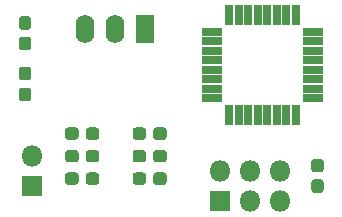
<source format=gbr>
%TF.GenerationSoftware,KiCad,Pcbnew,5.1.6-c6e7f7d~87~ubuntu18.04.1*%
%TF.CreationDate,2020-10-05T23:43:03-04:00*%
%TF.ProjectId,DemoKiCad,44656d6f-4b69-4436-9164-2e6b69636164,rev?*%
%TF.SameCoordinates,Original*%
%TF.FileFunction,Soldermask,Top*%
%TF.FilePolarity,Negative*%
%FSLAX46Y46*%
G04 Gerber Fmt 4.6, Leading zero omitted, Abs format (unit mm)*
G04 Created by KiCad (PCBNEW 5.1.6-c6e7f7d~87~ubuntu18.04.1) date 2020-10-05 23:43:03*
%MOMM*%
%LPD*%
G01*
G04 APERTURE LIST*
%ADD10O,1.800000X1.800000*%
%ADD11R,1.800000X1.800000*%
%ADD12R,1.700000X0.650000*%
%ADD13R,0.650000X1.700000*%
%ADD14O,1.600000X2.400000*%
%ADD15R,1.600000X2.400000*%
G04 APERTURE END LIST*
D10*
%TO.C,J2*%
X103505000Y-69850000D03*
D11*
X103505000Y-72390000D03*
%TD*%
D12*
%TO.C,U2*%
X127230000Y-59335000D03*
X127230000Y-60135000D03*
X127230000Y-60935000D03*
X127230000Y-61735000D03*
X127230000Y-62535000D03*
X127230000Y-63335000D03*
X127230000Y-64135000D03*
X127230000Y-64935000D03*
D13*
X125780000Y-66385000D03*
X124980000Y-66385000D03*
X124180000Y-66385000D03*
X123380000Y-66385000D03*
X122580000Y-66385000D03*
X121780000Y-66385000D03*
X120980000Y-66385000D03*
X120180000Y-66385000D03*
D12*
X118730000Y-64935000D03*
X118730000Y-64135000D03*
X118730000Y-63335000D03*
X118730000Y-62535000D03*
X118730000Y-61735000D03*
X118730000Y-60935000D03*
X118730000Y-60135000D03*
X118730000Y-59335000D03*
D13*
X120180000Y-57885000D03*
X120980000Y-57885000D03*
X121780000Y-57885000D03*
X122580000Y-57885000D03*
X123380000Y-57885000D03*
X124180000Y-57885000D03*
X124980000Y-57885000D03*
X125780000Y-57885000D03*
%TD*%
D14*
%TO.C,U1*%
X107950000Y-59055000D03*
X110490000Y-59055000D03*
D15*
X113030000Y-59055000D03*
%TD*%
%TO.C,R4*%
G36*
G01*
X113725000Y-72017500D02*
X113725000Y-71492500D01*
G75*
G02*
X113987500Y-71230000I262500J0D01*
G01*
X114612500Y-71230000D01*
G75*
G02*
X114875000Y-71492500I0J-262500D01*
G01*
X114875000Y-72017500D01*
G75*
G02*
X114612500Y-72280000I-262500J0D01*
G01*
X113987500Y-72280000D01*
G75*
G02*
X113725000Y-72017500I0J262500D01*
G01*
G37*
G36*
G01*
X111975000Y-72017500D02*
X111975000Y-71492500D01*
G75*
G02*
X112237500Y-71230000I262500J0D01*
G01*
X112862500Y-71230000D01*
G75*
G02*
X113125000Y-71492500I0J-262500D01*
G01*
X113125000Y-72017500D01*
G75*
G02*
X112862500Y-72280000I-262500J0D01*
G01*
X112237500Y-72280000D01*
G75*
G02*
X111975000Y-72017500I0J262500D01*
G01*
G37*
%TD*%
%TO.C,R3*%
G36*
G01*
X113725000Y-70112500D02*
X113725000Y-69587500D01*
G75*
G02*
X113987500Y-69325000I262500J0D01*
G01*
X114612500Y-69325000D01*
G75*
G02*
X114875000Y-69587500I0J-262500D01*
G01*
X114875000Y-70112500D01*
G75*
G02*
X114612500Y-70375000I-262500J0D01*
G01*
X113987500Y-70375000D01*
G75*
G02*
X113725000Y-70112500I0J262500D01*
G01*
G37*
G36*
G01*
X111975000Y-70112500D02*
X111975000Y-69587500D01*
G75*
G02*
X112237500Y-69325000I262500J0D01*
G01*
X112862500Y-69325000D01*
G75*
G02*
X113125000Y-69587500I0J-262500D01*
G01*
X113125000Y-70112500D01*
G75*
G02*
X112862500Y-70375000I-262500J0D01*
G01*
X112237500Y-70375000D01*
G75*
G02*
X111975000Y-70112500I0J262500D01*
G01*
G37*
%TD*%
%TO.C,R2*%
G36*
G01*
X113725000Y-68207500D02*
X113725000Y-67682500D01*
G75*
G02*
X113987500Y-67420000I262500J0D01*
G01*
X114612500Y-67420000D01*
G75*
G02*
X114875000Y-67682500I0J-262500D01*
G01*
X114875000Y-68207500D01*
G75*
G02*
X114612500Y-68470000I-262500J0D01*
G01*
X113987500Y-68470000D01*
G75*
G02*
X113725000Y-68207500I0J262500D01*
G01*
G37*
G36*
G01*
X111975000Y-68207500D02*
X111975000Y-67682500D01*
G75*
G02*
X112237500Y-67420000I262500J0D01*
G01*
X112862500Y-67420000D01*
G75*
G02*
X113125000Y-67682500I0J-262500D01*
G01*
X113125000Y-68207500D01*
G75*
G02*
X112862500Y-68470000I-262500J0D01*
G01*
X112237500Y-68470000D01*
G75*
G02*
X111975000Y-68207500I0J262500D01*
G01*
G37*
%TD*%
%TO.C,R1*%
G36*
G01*
X102607500Y-64040000D02*
X103132500Y-64040000D01*
G75*
G02*
X103395000Y-64302500I0J-262500D01*
G01*
X103395000Y-64927500D01*
G75*
G02*
X103132500Y-65190000I-262500J0D01*
G01*
X102607500Y-65190000D01*
G75*
G02*
X102345000Y-64927500I0J262500D01*
G01*
X102345000Y-64302500D01*
G75*
G02*
X102607500Y-64040000I262500J0D01*
G01*
G37*
G36*
G01*
X102607500Y-62290000D02*
X103132500Y-62290000D01*
G75*
G02*
X103395000Y-62552500I0J-262500D01*
G01*
X103395000Y-63177500D01*
G75*
G02*
X103132500Y-63440000I-262500J0D01*
G01*
X102607500Y-63440000D01*
G75*
G02*
X102345000Y-63177500I0J262500D01*
G01*
X102345000Y-62552500D01*
G75*
G02*
X102607500Y-62290000I262500J0D01*
G01*
G37*
%TD*%
D10*
%TO.C,J1*%
X124460000Y-71120000D03*
X124460000Y-73660000D03*
X121920000Y-71120000D03*
X121920000Y-73660000D03*
X119380000Y-71120000D03*
D11*
X119380000Y-73660000D03*
%TD*%
%TO.C,D4*%
G36*
G01*
X108010000Y-72017500D02*
X108010000Y-71492500D01*
G75*
G02*
X108272500Y-71230000I262500J0D01*
G01*
X108897500Y-71230000D01*
G75*
G02*
X109160000Y-71492500I0J-262500D01*
G01*
X109160000Y-72017500D01*
G75*
G02*
X108897500Y-72280000I-262500J0D01*
G01*
X108272500Y-72280000D01*
G75*
G02*
X108010000Y-72017500I0J262500D01*
G01*
G37*
G36*
G01*
X106260000Y-72017500D02*
X106260000Y-71492500D01*
G75*
G02*
X106522500Y-71230000I262500J0D01*
G01*
X107147500Y-71230000D01*
G75*
G02*
X107410000Y-71492500I0J-262500D01*
G01*
X107410000Y-72017500D01*
G75*
G02*
X107147500Y-72280000I-262500J0D01*
G01*
X106522500Y-72280000D01*
G75*
G02*
X106260000Y-72017500I0J262500D01*
G01*
G37*
%TD*%
%TO.C,D3*%
G36*
G01*
X108010000Y-70112500D02*
X108010000Y-69587500D01*
G75*
G02*
X108272500Y-69325000I262500J0D01*
G01*
X108897500Y-69325000D01*
G75*
G02*
X109160000Y-69587500I0J-262500D01*
G01*
X109160000Y-70112500D01*
G75*
G02*
X108897500Y-70375000I-262500J0D01*
G01*
X108272500Y-70375000D01*
G75*
G02*
X108010000Y-70112500I0J262500D01*
G01*
G37*
G36*
G01*
X106260000Y-70112500D02*
X106260000Y-69587500D01*
G75*
G02*
X106522500Y-69325000I262500J0D01*
G01*
X107147500Y-69325000D01*
G75*
G02*
X107410000Y-69587500I0J-262500D01*
G01*
X107410000Y-70112500D01*
G75*
G02*
X107147500Y-70375000I-262500J0D01*
G01*
X106522500Y-70375000D01*
G75*
G02*
X106260000Y-70112500I0J262500D01*
G01*
G37*
%TD*%
%TO.C,D2*%
G36*
G01*
X108010000Y-68207500D02*
X108010000Y-67682500D01*
G75*
G02*
X108272500Y-67420000I262500J0D01*
G01*
X108897500Y-67420000D01*
G75*
G02*
X109160000Y-67682500I0J-262500D01*
G01*
X109160000Y-68207500D01*
G75*
G02*
X108897500Y-68470000I-262500J0D01*
G01*
X108272500Y-68470000D01*
G75*
G02*
X108010000Y-68207500I0J262500D01*
G01*
G37*
G36*
G01*
X106260000Y-68207500D02*
X106260000Y-67682500D01*
G75*
G02*
X106522500Y-67420000I262500J0D01*
G01*
X107147500Y-67420000D01*
G75*
G02*
X107410000Y-67682500I0J-262500D01*
G01*
X107410000Y-68207500D01*
G75*
G02*
X107147500Y-68470000I-262500J0D01*
G01*
X106522500Y-68470000D01*
G75*
G02*
X106260000Y-68207500I0J262500D01*
G01*
G37*
%TD*%
%TO.C,D1*%
G36*
G01*
X102607500Y-59750000D02*
X103132500Y-59750000D01*
G75*
G02*
X103395000Y-60012500I0J-262500D01*
G01*
X103395000Y-60637500D01*
G75*
G02*
X103132500Y-60900000I-262500J0D01*
G01*
X102607500Y-60900000D01*
G75*
G02*
X102345000Y-60637500I0J262500D01*
G01*
X102345000Y-60012500D01*
G75*
G02*
X102607500Y-59750000I262500J0D01*
G01*
G37*
G36*
G01*
X102607500Y-58000000D02*
X103132500Y-58000000D01*
G75*
G02*
X103395000Y-58262500I0J-262500D01*
G01*
X103395000Y-58887500D01*
G75*
G02*
X103132500Y-59150000I-262500J0D01*
G01*
X102607500Y-59150000D01*
G75*
G02*
X102345000Y-58887500I0J262500D01*
G01*
X102345000Y-58262500D01*
G75*
G02*
X102607500Y-58000000I262500J0D01*
G01*
G37*
%TD*%
%TO.C,C3*%
G36*
G01*
X127372500Y-71815000D02*
X127897500Y-71815000D01*
G75*
G02*
X128160000Y-72077500I0J-262500D01*
G01*
X128160000Y-72702500D01*
G75*
G02*
X127897500Y-72965000I-262500J0D01*
G01*
X127372500Y-72965000D01*
G75*
G02*
X127110000Y-72702500I0J262500D01*
G01*
X127110000Y-72077500D01*
G75*
G02*
X127372500Y-71815000I262500J0D01*
G01*
G37*
G36*
G01*
X127372500Y-70065000D02*
X127897500Y-70065000D01*
G75*
G02*
X128160000Y-70327500I0J-262500D01*
G01*
X128160000Y-70952500D01*
G75*
G02*
X127897500Y-71215000I-262500J0D01*
G01*
X127372500Y-71215000D01*
G75*
G02*
X127110000Y-70952500I0J262500D01*
G01*
X127110000Y-70327500D01*
G75*
G02*
X127372500Y-70065000I262500J0D01*
G01*
G37*
%TD*%
M02*

</source>
